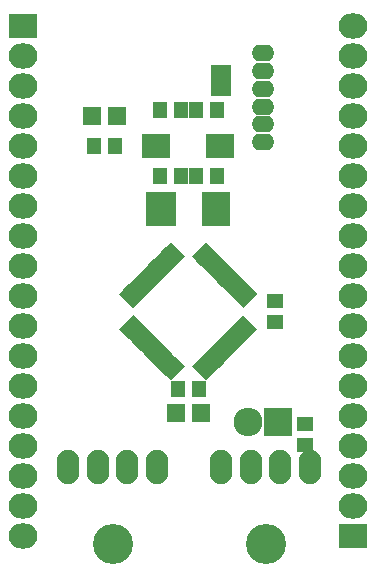
<source format=gbr>
G04 #@! TF.FileFunction,Soldermask,Top*
%FSLAX46Y46*%
G04 Gerber Fmt 4.6, Leading zero omitted, Abs format (unit mm)*
G04 Created by KiCad (PCBNEW 4.0.3-stable) date 09/20/16 19:37:07*
%MOMM*%
%LPD*%
G01*
G04 APERTURE LIST*
%ADD10C,0.100000*%
%ADD11R,1.200000X1.400000*%
%ADD12R,1.598880X1.598880*%
%ADD13O,1.900000X2.900000*%
%ADD14C,3.400000*%
%ADD15R,1.400000X1.200000*%
%ADD16R,2.400000X2.000000*%
%ADD17R,2.600000X3.000000*%
%ADD18R,2.400000X3.000000*%
%ADD19R,1.670000X1.365200*%
%ADD20O,1.924000X1.400000*%
%ADD21R,2.432000X2.127200*%
%ADD22O,2.432000X2.127200*%
%ADD23R,2.432000X2.432000*%
%ADD24O,2.432000X2.432000*%
G04 APERTURE END LIST*
D10*
D11*
X14086000Y-9652000D03*
X15886000Y-9652000D03*
X14086000Y-15240000D03*
X15886000Y-15240000D03*
X18934000Y-15240000D03*
X17134000Y-15240000D03*
D12*
X17559020Y-35306000D03*
X15460980Y-35306000D03*
X8348980Y-10160000D03*
X10447020Y-10160000D03*
D13*
X6350000Y-39878000D03*
X8850000Y-39878000D03*
X11350000Y-39878000D03*
X13850000Y-39878000D03*
D14*
X10100000Y-46378000D03*
D13*
X19304000Y-39878000D03*
X21804000Y-39878000D03*
X24304000Y-39878000D03*
X26804000Y-39878000D03*
D14*
X23054000Y-46378000D03*
D11*
X18934000Y-9652000D03*
X17134000Y-9652000D03*
D15*
X23876000Y-27570000D03*
X23876000Y-25770000D03*
D11*
X17410000Y-33274000D03*
X15610000Y-33274000D03*
X8498000Y-12700000D03*
X10298000Y-12700000D03*
D16*
X19210000Y-12700000D03*
X13810000Y-12700000D03*
D10*
G36*
X14547779Y-21278311D02*
X15007398Y-20818692D01*
X16209479Y-22020773D01*
X15749860Y-22480392D01*
X14547779Y-21278311D01*
X14547779Y-21278311D01*
G37*
G36*
X14194226Y-21631864D02*
X14653845Y-21172245D01*
X15855926Y-22374326D01*
X15396307Y-22833945D01*
X14194226Y-21631864D01*
X14194226Y-21631864D01*
G37*
G36*
X13840672Y-21985418D02*
X14300291Y-21525799D01*
X15502372Y-22727880D01*
X15042753Y-23187499D01*
X13840672Y-21985418D01*
X13840672Y-21985418D01*
G37*
G36*
X13487119Y-22338971D02*
X13946738Y-21879352D01*
X15148819Y-23081433D01*
X14689200Y-23541052D01*
X13487119Y-22338971D01*
X13487119Y-22338971D01*
G37*
G36*
X13133566Y-22692524D02*
X13593185Y-22232905D01*
X14795266Y-23434986D01*
X14335647Y-23894605D01*
X13133566Y-22692524D01*
X13133566Y-22692524D01*
G37*
G36*
X12780012Y-23046078D02*
X13239631Y-22586459D01*
X14441712Y-23788540D01*
X13982093Y-24248159D01*
X12780012Y-23046078D01*
X12780012Y-23046078D01*
G37*
G36*
X12426459Y-23399631D02*
X12886078Y-22940012D01*
X14088159Y-24142093D01*
X13628540Y-24601712D01*
X12426459Y-23399631D01*
X12426459Y-23399631D01*
G37*
G36*
X12072905Y-23753185D02*
X12532524Y-23293566D01*
X13734605Y-24495647D01*
X13274986Y-24955266D01*
X12072905Y-23753185D01*
X12072905Y-23753185D01*
G37*
G36*
X11719352Y-24106738D02*
X12178971Y-23647119D01*
X13381052Y-24849200D01*
X12921433Y-25308819D01*
X11719352Y-24106738D01*
X11719352Y-24106738D01*
G37*
G36*
X11365799Y-24460291D02*
X11825418Y-24000672D01*
X13027499Y-25202753D01*
X12567880Y-25662372D01*
X11365799Y-24460291D01*
X11365799Y-24460291D01*
G37*
G36*
X11012245Y-24813845D02*
X11471864Y-24354226D01*
X12673945Y-25556307D01*
X12214326Y-26015926D01*
X11012245Y-24813845D01*
X11012245Y-24813845D01*
G37*
G36*
X10658692Y-25167398D02*
X11118311Y-24707779D01*
X12320392Y-25909860D01*
X11860773Y-26369479D01*
X10658692Y-25167398D01*
X10658692Y-25167398D01*
G37*
G36*
X11118311Y-28632221D02*
X10658692Y-28172602D01*
X11860773Y-26970521D01*
X12320392Y-27430140D01*
X11118311Y-28632221D01*
X11118311Y-28632221D01*
G37*
G36*
X11471864Y-28985774D02*
X11012245Y-28526155D01*
X12214326Y-27324074D01*
X12673945Y-27783693D01*
X11471864Y-28985774D01*
X11471864Y-28985774D01*
G37*
G36*
X11825418Y-29339328D02*
X11365799Y-28879709D01*
X12567880Y-27677628D01*
X13027499Y-28137247D01*
X11825418Y-29339328D01*
X11825418Y-29339328D01*
G37*
G36*
X12178971Y-29692881D02*
X11719352Y-29233262D01*
X12921433Y-28031181D01*
X13381052Y-28490800D01*
X12178971Y-29692881D01*
X12178971Y-29692881D01*
G37*
G36*
X12532524Y-30046434D02*
X12072905Y-29586815D01*
X13274986Y-28384734D01*
X13734605Y-28844353D01*
X12532524Y-30046434D01*
X12532524Y-30046434D01*
G37*
G36*
X12886078Y-30399988D02*
X12426459Y-29940369D01*
X13628540Y-28738288D01*
X14088159Y-29197907D01*
X12886078Y-30399988D01*
X12886078Y-30399988D01*
G37*
G36*
X13239631Y-30753541D02*
X12780012Y-30293922D01*
X13982093Y-29091841D01*
X14441712Y-29551460D01*
X13239631Y-30753541D01*
X13239631Y-30753541D01*
G37*
G36*
X13593185Y-31107095D02*
X13133566Y-30647476D01*
X14335647Y-29445395D01*
X14795266Y-29905014D01*
X13593185Y-31107095D01*
X13593185Y-31107095D01*
G37*
G36*
X13946738Y-31460648D02*
X13487119Y-31001029D01*
X14689200Y-29798948D01*
X15148819Y-30258567D01*
X13946738Y-31460648D01*
X13946738Y-31460648D01*
G37*
G36*
X14300291Y-31814201D02*
X13840672Y-31354582D01*
X15042753Y-30152501D01*
X15502372Y-30612120D01*
X14300291Y-31814201D01*
X14300291Y-31814201D01*
G37*
G36*
X14653845Y-32167755D02*
X14194226Y-31708136D01*
X15396307Y-30506055D01*
X15855926Y-30965674D01*
X14653845Y-32167755D01*
X14653845Y-32167755D01*
G37*
G36*
X15007398Y-32521308D02*
X14547779Y-32061689D01*
X15749860Y-30859608D01*
X16209479Y-31319227D01*
X15007398Y-32521308D01*
X15007398Y-32521308D01*
G37*
G36*
X16810521Y-31319227D02*
X17270140Y-30859608D01*
X18472221Y-32061689D01*
X18012602Y-32521308D01*
X16810521Y-31319227D01*
X16810521Y-31319227D01*
G37*
G36*
X17164074Y-30965674D02*
X17623693Y-30506055D01*
X18825774Y-31708136D01*
X18366155Y-32167755D01*
X17164074Y-30965674D01*
X17164074Y-30965674D01*
G37*
G36*
X17517628Y-30612120D02*
X17977247Y-30152501D01*
X19179328Y-31354582D01*
X18719709Y-31814201D01*
X17517628Y-30612120D01*
X17517628Y-30612120D01*
G37*
G36*
X17871181Y-30258567D02*
X18330800Y-29798948D01*
X19532881Y-31001029D01*
X19073262Y-31460648D01*
X17871181Y-30258567D01*
X17871181Y-30258567D01*
G37*
G36*
X18224734Y-29905014D02*
X18684353Y-29445395D01*
X19886434Y-30647476D01*
X19426815Y-31107095D01*
X18224734Y-29905014D01*
X18224734Y-29905014D01*
G37*
G36*
X18578288Y-29551460D02*
X19037907Y-29091841D01*
X20239988Y-30293922D01*
X19780369Y-30753541D01*
X18578288Y-29551460D01*
X18578288Y-29551460D01*
G37*
G36*
X18931841Y-29197907D02*
X19391460Y-28738288D01*
X20593541Y-29940369D01*
X20133922Y-30399988D01*
X18931841Y-29197907D01*
X18931841Y-29197907D01*
G37*
G36*
X19285395Y-28844353D02*
X19745014Y-28384734D01*
X20947095Y-29586815D01*
X20487476Y-30046434D01*
X19285395Y-28844353D01*
X19285395Y-28844353D01*
G37*
G36*
X19638948Y-28490800D02*
X20098567Y-28031181D01*
X21300648Y-29233262D01*
X20841029Y-29692881D01*
X19638948Y-28490800D01*
X19638948Y-28490800D01*
G37*
G36*
X19992501Y-28137247D02*
X20452120Y-27677628D01*
X21654201Y-28879709D01*
X21194582Y-29339328D01*
X19992501Y-28137247D01*
X19992501Y-28137247D01*
G37*
G36*
X20346055Y-27783693D02*
X20805674Y-27324074D01*
X22007755Y-28526155D01*
X21548136Y-28985774D01*
X20346055Y-27783693D01*
X20346055Y-27783693D01*
G37*
G36*
X20699608Y-27430140D02*
X21159227Y-26970521D01*
X22361308Y-28172602D01*
X21901689Y-28632221D01*
X20699608Y-27430140D01*
X20699608Y-27430140D01*
G37*
G36*
X21159227Y-26369479D02*
X20699608Y-25909860D01*
X21901689Y-24707779D01*
X22361308Y-25167398D01*
X21159227Y-26369479D01*
X21159227Y-26369479D01*
G37*
G36*
X20805674Y-26015926D02*
X20346055Y-25556307D01*
X21548136Y-24354226D01*
X22007755Y-24813845D01*
X20805674Y-26015926D01*
X20805674Y-26015926D01*
G37*
G36*
X20452120Y-25662372D02*
X19992501Y-25202753D01*
X21194582Y-24000672D01*
X21654201Y-24460291D01*
X20452120Y-25662372D01*
X20452120Y-25662372D01*
G37*
G36*
X20098567Y-25308819D02*
X19638948Y-24849200D01*
X20841029Y-23647119D01*
X21300648Y-24106738D01*
X20098567Y-25308819D01*
X20098567Y-25308819D01*
G37*
G36*
X19745014Y-24955266D02*
X19285395Y-24495647D01*
X20487476Y-23293566D01*
X20947095Y-23753185D01*
X19745014Y-24955266D01*
X19745014Y-24955266D01*
G37*
G36*
X19391460Y-24601712D02*
X18931841Y-24142093D01*
X20133922Y-22940012D01*
X20593541Y-23399631D01*
X19391460Y-24601712D01*
X19391460Y-24601712D01*
G37*
G36*
X19037907Y-24248159D02*
X18578288Y-23788540D01*
X19780369Y-22586459D01*
X20239988Y-23046078D01*
X19037907Y-24248159D01*
X19037907Y-24248159D01*
G37*
G36*
X18684353Y-23894605D02*
X18224734Y-23434986D01*
X19426815Y-22232905D01*
X19886434Y-22692524D01*
X18684353Y-23894605D01*
X18684353Y-23894605D01*
G37*
G36*
X18330800Y-23541052D02*
X17871181Y-23081433D01*
X19073262Y-21879352D01*
X19532881Y-22338971D01*
X18330800Y-23541052D01*
X18330800Y-23541052D01*
G37*
G36*
X17977247Y-23187499D02*
X17517628Y-22727880D01*
X18719709Y-21525799D01*
X19179328Y-21985418D01*
X17977247Y-23187499D01*
X17977247Y-23187499D01*
G37*
G36*
X17623693Y-22833945D02*
X17164074Y-22374326D01*
X18366155Y-21172245D01*
X18825774Y-21631864D01*
X17623693Y-22833945D01*
X17623693Y-22833945D01*
G37*
G36*
X17270140Y-22480392D02*
X16810521Y-22020773D01*
X18012602Y-20818692D01*
X18472221Y-21278311D01*
X17270140Y-22480392D01*
X17270140Y-22480392D01*
G37*
D17*
X14210000Y-18034000D03*
D18*
X18810000Y-18034000D03*
D19*
X19304000Y-7747000D03*
X19304000Y-6477000D03*
D20*
X22860000Y-4826000D03*
X22860000Y-6326000D03*
X22860000Y-7826000D03*
X22860000Y-9326000D03*
X22860000Y-10826000D03*
X22860000Y-12326000D03*
D21*
X2540000Y-2540000D03*
D22*
X2540000Y-5080000D03*
X2540000Y-7620000D03*
X2540000Y-10160000D03*
X2540000Y-12700000D03*
X2540000Y-15240000D03*
X2540000Y-17780000D03*
X2540000Y-20320000D03*
X2540000Y-22860000D03*
X2540000Y-25400000D03*
X2540000Y-27940000D03*
X2540000Y-30480000D03*
X2540000Y-33020000D03*
X2540000Y-35560000D03*
X2540000Y-38100000D03*
X2540000Y-40640000D03*
X2540000Y-43180000D03*
X2540000Y-45720000D03*
D21*
X30480000Y-45720000D03*
D22*
X30480000Y-43180000D03*
X30480000Y-40640000D03*
X30480000Y-38100000D03*
X30480000Y-35560000D03*
X30480000Y-33020000D03*
X30480000Y-30480000D03*
X30480000Y-27940000D03*
X30480000Y-25400000D03*
X30480000Y-22860000D03*
X30480000Y-20320000D03*
X30480000Y-17780000D03*
X30480000Y-15240000D03*
X30480000Y-12700000D03*
X30480000Y-10160000D03*
X30480000Y-7620000D03*
X30480000Y-5080000D03*
X30480000Y-2540000D03*
D23*
X24130000Y-36068000D03*
D24*
X21590000Y-36068000D03*
D15*
X26416000Y-37984000D03*
X26416000Y-36184000D03*
M02*

</source>
